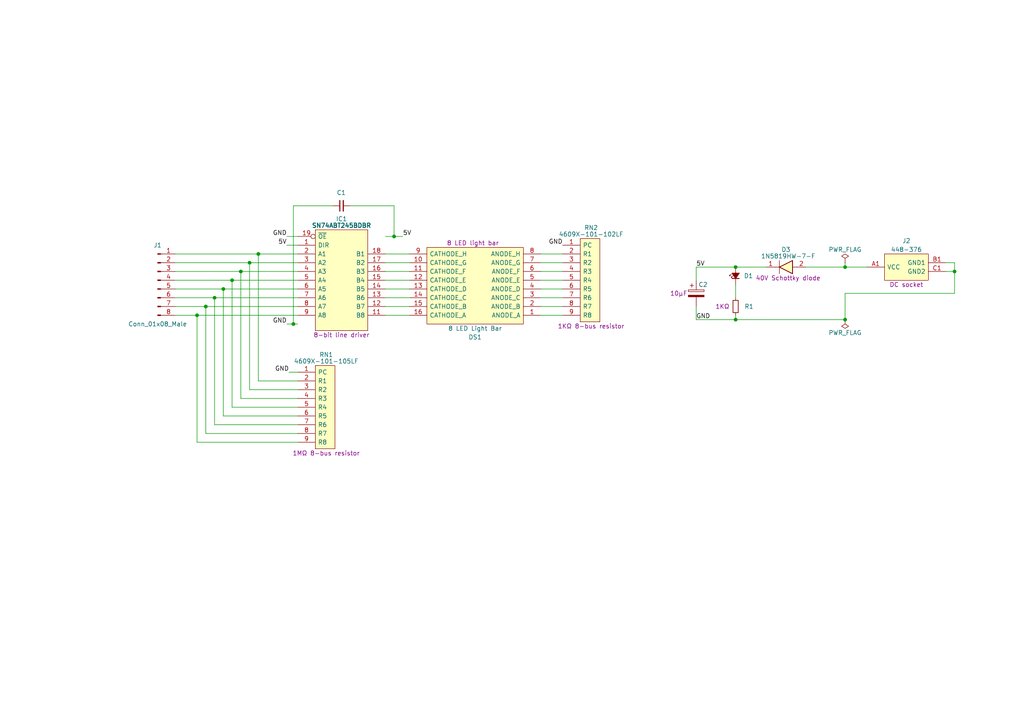
<source format=kicad_sch>
(kicad_sch (version 20211123) (generator eeschema)
  (paper "A4")
  (lib_symbols
    (symbol "Bourns:4609X-101-102LF" (pin_names (offset 0.762))
      (property "Reference" "RN" (at 8.255 5.08 0))
      (property "Value" "4609X-101-102LF" (at 8.255 3.175 0))
      (property "Description" "1KΩ 8-bus resistor" (at 8.255 -23.495 0))
      (symbol "4609X-101-102LF_0_0"
        (pin passive line (at 0 0 0) (length 5.08) (name "PC") (number "1"))
        (pin passive line (at 0 -2.54 0) (length 5.08) (name "R1") (number "2"))
        (pin passive line (at 0 -5.08 0) (length 5.08) (name "R2") (number "3"))
        (pin passive line (at 0 -7.62 0) (length 5.08) (name "R3") (number "4"))
        (pin passive line (at 0 -10.16 0) (length 5.08) (name "R4") (number "5"))
        (pin passive line (at 0 -12.7 0) (length 5.08) (name "R5") (number "6"))
        (pin passive line (at 0 -15.24 0) (length 5.08) (name "R6") (number "7"))
        (pin passive line (at 0 -17.78 0) (length 5.08) (name "R7") (number "8"))
        (pin passive line (at 0 -20.32 0) (length 5.08) (name "R8") (number "9"))
      )
      (symbol "4609X-101-102LF_0_1"
        (polyline (pts (xy 5.08 1.905) (xy 10.795 1.905) (xy 10.795 -22.225) (xy 5.08 -22.225) (xy 5.08 1.905)) (stroke (width 0.1524)) (fill (type background)))
      )
    )
    (symbol "Bourns:4609X-101-105LF" (pin_names (offset 0.762))
      (property "Reference" "RN" (at 8.255 5.08 0))
      (property "Value" "4609X-101-105LF" (at 8.255 3.175 0))
      (property "Description" "1MΩ 8-bus resistor" (at 8.255 -23.495 0))
      (symbol "4609X-101-105LF_0_0"
        (pin passive line (at 0 0 0) (length 5.08) (name "PC") (number "1"))
        (pin passive line (at 0 -2.54 0) (length 5.08) (name "R1") (number "2"))
        (pin passive line (at 0 -5.08 0) (length 5.08) (name "R2") (number "3"))
        (pin passive line (at 0 -7.62 0) (length 5.08) (name "R3") (number "4"))
        (pin passive line (at 0 -10.16 0) (length 5.08) (name "R4") (number "5"))
        (pin passive line (at 0 -12.7 0) (length 5.08) (name "R5") (number "6"))
        (pin passive line (at 0 -15.24 0) (length 5.08) (name "R6") (number "7"))
        (pin passive line (at 0 -17.78 0) (length 5.08) (name "R7") (number "8"))
        (pin passive line (at 0 -20.32 0) (length 5.08) (name "R8") (number "9"))
      )
      (symbol "4609X-101-105LF_0_1"
        (polyline (pts (xy 5.08 1.905) (xy 10.795 1.905) (xy 10.795 -22.225) (xy 5.08 -22.225) (xy 5.08 1.905)) (stroke (width 0.1524)) (fill (type background)))
      )
    )
    (symbol "Connector:Conn_01x08_Male" (pin_names (offset 1.016) hide)
      (property "Reference" "J" (at 0 10.16 0))
      (property "Value" "Conn_01x08_Male" (at 0 -12.7 0))
      (symbol "Conn_01x08_Male_1_1"
        (polyline (pts (xy 1.27 -10.16) (xy 0.8636 -10.16)) (stroke (width 0.1524)))
        (polyline (pts (xy 1.27 -7.62) (xy 0.8636 -7.62)) (stroke (width 0.1524)))
        (polyline (pts (xy 1.27 -5.08) (xy 0.8636 -5.08)) (stroke (width 0.1524)))
        (polyline (pts (xy 1.27 -2.54) (xy 0.8636 -2.54)) (stroke (width 0.1524)))
        (polyline (pts (xy 1.27 0) (xy 0.8636 0)) (stroke (width 0.1524)))
        (polyline (pts (xy 1.27 2.54) (xy 0.8636 2.54)) (stroke (width 0.1524)))
        (polyline (pts (xy 1.27 5.08) (xy 0.8636 5.08)) (stroke (width 0.1524)))
        (polyline (pts (xy 1.27 7.62) (xy 0.8636 7.62)) (stroke (width 0.1524)))
        (rectangle (start 0.8636 -10.033) (end 0 -10.287) (stroke (width 0.1524)) (fill (type outline)))
        (rectangle (start 0.8636 -7.493) (end 0 -7.747) (stroke (width 0.1524)) (fill (type outline)))
        (rectangle (start 0.8636 -4.953) (end 0 -5.207) (stroke (width 0.1524)) (fill (type outline)))
        (rectangle (start 0.8636 -2.413) (end 0 -2.667) (stroke (width 0.1524)) (fill (type outline)))
        (rectangle (start 0.8636 0.127) (end 0 -0.127) (stroke (width 0.1524)) (fill (type outline)))
        (rectangle (start 0.8636 2.667) (end 0 2.413) (stroke (width 0.1524)) (fill (type outline)))
        (rectangle (start 0.8636 5.207) (end 0 4.953) (stroke (width 0.1524)) (fill (type outline)))
        (rectangle (start 0.8636 7.747) (end 0 7.493) (stroke (width 0.1524)) (fill (type outline)))
        (pin passive line (at 5.08 7.62 180) (length 3.81) (name "Pin_1") (number "1"))
        (pin passive line (at 5.08 5.08 180) (length 3.81) (name "Pin_2") (number "2"))
        (pin passive line (at 5.08 2.54 180) (length 3.81) (name "Pin_3") (number "3"))
        (pin passive line (at 5.08 0 180) (length 3.81) (name "Pin_4") (number "4"))
        (pin passive line (at 5.08 -2.54 180) (length 3.81) (name "Pin_5") (number "5"))
        (pin passive line (at 5.08 -5.08 180) (length 3.81) (name "Pin_6") (number "6"))
        (pin passive line (at 5.08 -7.62 180) (length 3.81) (name "Pin_7") (number "7"))
        (pin passive line (at 5.08 -10.16 180) (length 3.81) (name "Pin_8") (number "8"))
      )
    )
    (symbol "Device:C_Polarized" (pin_numbers hide) (pin_names (offset 0.254))
      (property "Reference" "C" (at 0.635 2.54 0))
      (property "Value" "C_Polarized" (at 0.635 -2.54 0))
      (symbol "C_Polarized_0_1"
        (rectangle (start -2.286 0.508) (end 2.286 1.016))
        (polyline (pts (xy -1.778 2.286) (xy -0.762 2.286)))
        (polyline (pts (xy -1.27 2.794) (xy -1.27 1.778)))
        (rectangle (start 2.286 -0.508) (end -2.286 -1.016) (fill (type outline)))
      )
      (symbol "C_Polarized_1_1"
        (pin passive line (at 0 3.81 270) (length 2.794) (name "~") (number "1"))
        (pin passive line (at 0 -3.81 90) (length 2.794) (name "~") (number "2"))
      )
    )
    (symbol "Device:C_Small" (pin_numbers hide) (pin_names (offset 0.254) hide)
      (property "Reference" "C" (at 0.254 1.778 0))
      (property "Value" "C_Small" (at 0.254 -2.032 0))
      (symbol "C_Small_0_1"
        (polyline (pts (xy -1.524 -0.508) (xy 1.524 -0.508)) (stroke (width 0.3302)))
        (polyline (pts (xy -1.524 0.508) (xy 1.524 0.508)) (stroke (width 0.3048)))
      )
      (symbol "C_Small_1_1"
        (pin passive line (at 0 2.54 270) (length 2.032) (name "~") (number "1"))
        (pin passive line (at 0 -2.54 90) (length 2.032) (name "~") (number "2"))
      )
    )
    (symbol "Device:LED_Small_Filled" (pin_numbers hide) (pin_names (offset 0.254) hide)
      (property "Reference" "D" (at -1.27 3.175 0))
      (property "Value" "LED_Small_Filled" (at -4.445 -2.54 0))
      (symbol "LED_Small_Filled_0_1"
        (polyline (pts (xy -0.762 -1.016) (xy -0.762 1.016)) (stroke (width 0.254)))
        (polyline (pts (xy 1.016 0) (xy -0.762 0)))
        (polyline (pts (xy 0.762 -1.016) (xy -0.762 0) (xy 0.762 1.016) (xy 0.762 -1.016)) (stroke (width 0.254)) (fill (type outline)))
        (polyline (pts (xy 0 0.762) (xy -0.508 1.27) (xy -0.254 1.27) (xy -0.508 1.27) (xy -0.508 1.016)))
        (polyline (pts (xy 0.508 1.27) (xy 0 1.778) (xy 0.254 1.778) (xy 0 1.778) (xy 0 1.524)))
      )
      (symbol "LED_Small_Filled_1_1"
        (pin passive line (at -2.54 0 0) (length 1.778) (name "K") (number "1"))
        (pin passive line (at 2.54 0 180) (length 1.778) (name "A") (number "2"))
      )
    )
    (symbol "Device:R_Small" (pin_numbers hide) (pin_names (offset 0.254) hide)
      (property "Reference" "R" (at 0.762 0.508 0))
      (property "Value" "R_Small" (at 0.762 -1.016 0))
      (symbol "R_Small_0_1"
        (rectangle (start -0.762 1.778) (end 0.762 -1.778) (stroke (width 0.2032)))
      )
      (symbol "R_Small_1_1"
        (pin passive line (at 0 2.54 270) (length 0.762) (name "~") (number "1"))
        (pin passive line (at 0 -2.54 90) (length 0.762) (name "~") (number "2"))
      )
    )
    (symbol "Diodes_Inc:1N5819HW-7-F" (pin_names (offset 0.762))
      (property "Reference" "D" (at 5.715 5.08 0))
      (property "Value" "1N5819HW-7-F" (at 6.35 3.175 0))
      (property "Description" "40V Schottky diode" (at 6.35 -3.175 0))
      (symbol "1N5819HW-7-F_0_0"
        (pin passive line (at 0 0 0) (length 2.54) (name "~") (number "1"))
        (pin passive line (at 11.43 0 180) (length 2.54) (name "~") (number "2"))
      )
      (symbol "1N5819HW-7-F_0_1"
        (polyline (pts (xy 2.54 0) (xy 3.81 0)) (stroke (width 0.1524)))
        (polyline (pts (xy 3.81 1.905) (xy 3.81 -1.905)) (stroke (width 0.1524)))
        (polyline (pts (xy 7.62 0) (xy 8.89 0)) (stroke (width 0.1524)))
        (polyline (pts (xy 3.81 0) (xy 7.62 1.905) (xy 7.62 -1.905) (xy 3.81 0)) (stroke (width 0.254)) (fill (type background)))
      )
    )
    (symbol "Osram:8 LED Light Bar" (pin_names (offset 0.762))
      (property "Reference" "DS" (at 19.05 6.35 0))
      (property "Value" "8 LED Light Bar" (at 19.05 3.81 0))
      (property "Description" "8 LED light bar" (at 19.685 -20.955 0))
      (symbol "8 LED Light Bar_0_0"
        (pin passive line (at 0 0 0) (length 5.08) (name "ANODE_A") (number "1"))
        (pin passive line (at 38.1 -15.24 180) (length 5.08) (name "CATHODE_G") (number "10"))
        (pin passive line (at 38.1 -12.7 180) (length 5.08) (name "CATHODE_F") (number "11"))
        (pin passive line (at 38.1 -10.16 180) (length 5.08) (name "CATHODE_E") (number "12"))
        (pin passive line (at 38.1 -7.62 180) (length 5.08) (name "CATHODE_D") (number "13"))
        (pin passive line (at 38.1 -5.08 180) (length 5.08) (name "CATHODE_C") (number "14"))
        (pin passive line (at 38.1 -2.54 180) (length 5.08) (name "CATHODE_B") (number "15"))
        (pin passive line (at 38.1 0 180) (length 5.08) (name "CATHODE_A") (number "16"))
        (pin passive line (at 0 -2.54 0) (length 5.08) (name "ANODE_B") (number "2"))
        (pin passive line (at 0 -5.08 0) (length 5.08) (name "ANODE_C") (number "3"))
        (pin passive line (at 0 -7.62 0) (length 5.08) (name "ANODE_D") (number "4"))
        (pin passive line (at 0 -10.16 0) (length 5.08) (name "ANODE_E") (number "5"))
        (pin passive line (at 0 -12.7 0) (length 5.08) (name "ANODE_F") (number "6"))
        (pin passive line (at 0 -15.24 0) (length 5.08) (name "ANODE_G") (number "7"))
        (pin passive line (at 0 -17.78 0) (length 5.08) (name "ANODE_H") (number "8"))
        (pin passive line (at 38.1 -17.78 180) (length 5.08) (name "CATHODE_H") (number "9"))
      )
      (symbol "8 LED Light Bar_0_1"
        (polyline (pts (xy 5.08 2.54) (xy 33.02 2.54) (xy 33.02 -19.685) (xy 5.08 -19.685) (xy 5.08 2.54)) (stroke (width 0.1524)) (fill (type background)))
      )
    )
    (symbol "RS_Components:448-376" (pin_names (offset 0.762))
      (property "Reference" "J" (at 11.43 6.35 0))
      (property "Value" "448-376" (at 11.43 3.81 0))
      (property "Description" "DC socket" (at 11.43 -6.35 0))
      (symbol "448-376_0_0"
        (pin passive line (at 0 -1.27 0) (length 5.08) (name "VCC") (number "A1"))
        (pin passive line (at 22.86 0 180) (length 5.08) (name "GND1") (number "B1"))
        (pin passive line (at 22.86 -2.54 180) (length 5.08) (name "GND2") (number "C1"))
      )
      (symbol "448-376_0_1"
        (polyline (pts (xy 5.08 2.54) (xy 17.78 2.54) (xy 17.78 -5.08) (xy 5.08 -5.08) (xy 5.08 2.54)) (stroke (width 0.1524)) (fill (type background)))
      )
    )
    (symbol "Texas_Instruments:SN74ABT245BDBR" (pin_names (offset 0.762))
      (property "Reference" "IC" (at 12.7 5.08 0))
      (property "Value" "SN74ABT245BDBR" (at 12.7 3.175 0))
      (property "Description" "8-bit line driver" (at 12.7 -28.575 0))
      (symbol "SN74ABT245BDBR_0_0"
        (pin input line (at 0 -2.54 0) (length 5.08) (name "DIR") (number "1"))
        (pin passive line (at 0 -25.4 0) (length 5.08) hide (name "GND") (number "10"))
        (pin bidirectional line (at 25.4 -22.86 180) (length 5.08) (name "B8") (number "11"))
        (pin bidirectional line (at 25.4 -20.32 180) (length 5.08) (name "B7") (number "12"))
        (pin bidirectional line (at 25.4 -17.78 180) (length 5.08) (name "B6") (number "13"))
        (pin bidirectional line (at 25.4 -15.24 180) (length 5.08) (name "B5") (number "14"))
        (pin bidirectional line (at 25.4 -12.7 180) (length 5.08) (name "B4") (number "15"))
        (pin bidirectional line (at 25.4 -10.16 180) (length 5.08) (name "B3") (number "16"))
        (pin bidirectional line (at 25.4 -7.62 180) (length 5.08) (name "B2") (number "17"))
        (pin bidirectional line (at 25.4 -5.08 180) (length 5.08) (name "B1") (number "18"))
        (pin input inverted (at 0 0 0) (length 5.08) (name "~{OE}") (number "19"))
        (pin bidirectional line (at 0 -5.08 0) (length 5.08) (name "A1") (number "2"))
        (pin passive line (at 25.4 0 180) (length 5.08) hide (name "5V") (number "20"))
        (pin bidirectional line (at 0 -7.62 0) (length 5.08) (name "A2") (number "3"))
        (pin bidirectional line (at 0 -10.16 0) (length 5.08) (name "A3") (number "4"))
        (pin bidirectional line (at 0 -12.7 0) (length 5.08) (name "A4") (number "5"))
        (pin bidirectional line (at 0 -15.24 0) (length 5.08) (name "A5") (number "6"))
        (pin bidirectional line (at 0 -17.78 0) (length 5.08) (name "A6") (number "7"))
        (pin bidirectional line (at 0 -20.32 0) (length 5.08) (name "A7") (number "8"))
        (pin bidirectional line (at 0 -22.86 0) (length 5.08) (name "A8") (number "9"))
      )
      (symbol "SN74ABT245BDBR_0_1"
        (polyline (pts (xy 5.08 1.905) (xy 20.32 1.905) (xy 20.32 -27.305) (xy 5.08 -27.305) (xy 5.08 1.905)) (stroke (width 0.1524)) (fill (type background)))
      )
    )
    (symbol "power:PWR_FLAG" (power) (pin_numbers hide) (pin_names (offset 0) hide)
      (property "Value" "PWR_FLAG" (at 0 3.81 0))
      (symbol "PWR_FLAG_0_0"
        (pin power_out line (at 0 0 90) (length 0) (name "pwr") (number "1"))
      )
      (symbol "PWR_FLAG_0_1"
        (polyline (pts (xy 0 0) (xy 0 1.27) (xy -1.016 1.905) (xy 0 2.54) (xy 1.016 1.905) (xy 0 1.27)))
      )
    )
  )
  (junction (at 59.69 88.9))
  (junction (at 213.36 77.47))
  (junction (at 64.77 83.82))
  (junction (at 69.85 78.74))
  (junction (at 72.39 76.2))
  (junction (at 67.31 81.28))
  (junction (at 74.93 73.66))
  (junction (at 276.86 78.74))
  (junction (at 213.36 92.71))
  (junction (at 114.3 68.58))
  (junction (at 245.11 77.47))
  (junction (at 62.23 86.36))
  (junction (at 245.11 92.71))
  (junction (at 57.15 91.44))
  (junction (at 85.09 93.98))
  (wire (pts (xy 118.745 76.2) (xy 111.76 76.2)))
  (wire (pts (xy 233.68 77.47) (xy 245.11 77.47)))
  (wire (pts (xy 245.11 92.71) (xy 213.36 92.71)))
  (wire (pts (xy 213.36 92.71) (xy 213.36 91.44)))
  (wire (pts (xy 57.15 91.44) (xy 86.36 91.44)))
  (wire (pts (xy 72.39 76.2) (xy 86.36 76.2)))
  (wire (pts (xy 163.195 73.66) (xy 156.845 73.66)))
  (wire (pts (xy 114.3 59.69) (xy 114.3 68.58)))
  (wire (pts (xy 74.93 110.49) (xy 86.36 110.49)))
  (wire (pts (xy 62.23 123.19) (xy 62.23 86.36)))
  (wire (pts (xy 62.23 123.19) (xy 86.36 123.19)))
  (wire (pts (xy 276.86 78.74) (xy 276.86 85.09)))
  (wire (pts (xy 57.15 128.27) (xy 57.15 91.44)))
  (wire (pts (xy 163.195 91.44) (xy 156.845 91.44)))
  (wire (pts (xy 69.85 115.57) (xy 86.36 115.57)))
  (wire (pts (xy 245.11 76.2) (xy 245.11 77.47)))
  (wire (pts (xy 83.185 93.98) (xy 85.09 93.98)))
  (wire (pts (xy 118.745 91.44) (xy 111.76 91.44)))
  (wire (pts (xy 50.8 73.66) (xy 74.93 73.66)))
  (wire (pts (xy 69.85 115.57) (xy 69.85 78.74)))
  (wire (pts (xy 64.77 120.65) (xy 64.77 83.82)))
  (wire (pts (xy 118.745 78.74) (xy 111.76 78.74)))
  (wire (pts (xy 74.93 73.66) (xy 86.36 73.66)))
  (wire (pts (xy 72.39 113.03) (xy 72.39 76.2)))
  (wire (pts (xy 276.86 76.2) (xy 274.32 76.2)))
  (wire (pts (xy 67.31 118.11) (xy 86.36 118.11)))
  (wire (pts (xy 83.185 71.12) (xy 86.36 71.12)))
  (wire (pts (xy 62.23 86.36) (xy 86.36 86.36)))
  (wire (pts (xy 118.745 88.9) (xy 111.76 88.9)))
  (wire (pts (xy 163.195 88.9) (xy 156.845 88.9)))
  (wire (pts (xy 118.745 73.66) (xy 111.76 73.66)))
  (wire (pts (xy 276.86 85.09) (xy 245.11 85.09)))
  (wire (pts (xy 213.36 82.55) (xy 213.36 86.36)))
  (wire (pts (xy 50.8 76.2) (xy 72.39 76.2)))
  (wire (pts (xy 50.8 86.36) (xy 62.23 86.36)))
  (wire (pts (xy 118.745 83.82) (xy 111.76 83.82)))
  (wire (pts (xy 163.195 81.28) (xy 156.845 81.28)))
  (wire (pts (xy 69.85 78.74) (xy 86.36 78.74)))
  (wire (pts (xy 245.11 77.47) (xy 251.46 77.47)))
  (wire (pts (xy 50.8 78.74) (xy 69.85 78.74)))
  (wire (pts (xy 59.69 125.73) (xy 59.69 88.9)))
  (wire (pts (xy 163.195 86.36) (xy 156.845 86.36)))
  (wire (pts (xy 50.8 83.82) (xy 64.77 83.82)))
  (wire (pts (xy 85.09 93.98) (xy 86.36 93.98)))
  (wire (pts (xy 163.195 83.82) (xy 156.845 83.82)))
  (wire (pts (xy 67.31 118.11) (xy 67.31 81.28)))
  (wire (pts (xy 85.09 59.69) (xy 85.09 93.98)))
  (wire (pts (xy 64.77 120.65) (xy 86.36 120.65)))
  (wire (pts (xy 163.195 76.2) (xy 156.845 76.2)))
  (wire (pts (xy 276.86 76.2) (xy 276.86 78.74)))
  (wire (pts (xy 201.93 92.71) (xy 201.93 88.9)))
  (wire (pts (xy 83.82 107.95) (xy 86.36 107.95)))
  (wire (pts (xy 59.69 88.9) (xy 86.36 88.9)))
  (wire (pts (xy 59.69 125.73) (xy 86.36 125.73)))
  (wire (pts (xy 50.8 81.28) (xy 67.31 81.28)))
  (wire (pts (xy 50.8 91.44) (xy 57.15 91.44)))
  (wire (pts (xy 245.11 85.09) (xy 245.11 92.71)))
  (wire (pts (xy 118.745 81.28) (xy 111.76 81.28)))
  (wire (pts (xy 118.745 86.36) (xy 111.76 86.36)))
  (wire (pts (xy 276.86 78.74) (xy 274.32 78.74)))
  (wire (pts (xy 163.195 78.74) (xy 156.845 78.74)))
  (wire (pts (xy 114.3 68.58) (xy 116.84 68.58)))
  (wire (pts (xy 64.77 83.82) (xy 86.36 83.82)))
  (wire (pts (xy 67.31 81.28) (xy 86.36 81.28)))
  (wire (pts (xy 57.15 128.27) (xy 86.36 128.27)))
  (wire (pts (xy 74.93 110.49) (xy 74.93 73.66)))
  (wire (pts (xy 213.36 77.47) (xy 222.25 77.47)))
  (wire (pts (xy 111.76 68.58) (xy 114.3 68.58)))
  (wire (pts (xy 201.93 77.47) (xy 201.93 81.28)))
  (wire (pts (xy 101.6 59.69) (xy 114.3 59.69)))
  (wire (pts (xy 72.39 113.03) (xy 86.36 113.03)))
  (wire (pts (xy 213.36 92.71) (xy 201.93 92.71)))
  (wire (pts (xy 59.69 88.9) (xy 50.8 88.9)))
  (wire (pts (xy 85.09 59.69) (xy 96.52 59.69)))
  (wire (pts (xy 83.185 68.58) (xy 86.36 68.58)))
  (wire (pts (xy 213.36 77.47) (xy 201.93 77.47)))
  (label "GND" (at 163.195 71.12 180))
  (label "GND" (at 83.82 107.95 180))
  (label "5V" (at 83.185 71.12 180))
  (label "5V" (at 201.93 77.47 0))
  (label "GND" (at 201.93 92.71 0))
  (label "GND" (at 83.185 68.58 180))
  (label "5V" (at 116.84 68.58 0))
  (label "GND" (at 83.185 93.98 180))
  (symbol (lib_id "Bourns:4609X-101-102LF") (at 163.195 71.12 0) (unit 1)
    (property "Reference" "RN2" (at 171.45 66.04 0))
    (property "Value" "4609X-101-102LF" (at 171.45 67.945 0))
    (property "Footprint" "SamacSys_Parts:4609X" (effects hide))
    (property "Datasheet" "https://www.mouser.com/datasheet/2/54/4600x-776645.pdf" (effects hide))
    (property "Description" "1KΩ 8-bus resistor" (at 171.45 94.615 0))
    (property "Height" "5.08" (effects hide))
    (property "Manufacturer_Name" "Bourns" (effects hide))
    (property "Manufacturer_Part_Number" "4609X-101-102LF" (effects hide))
    (property "Mouser Part Number" "652-4609X-1LF-1K" (effects hide))
    (property "Mouser Price/Stock" "https://www.mouser.co.uk/ProductDetail/Bourns/4609X-101-102LF?qs=nFt9sTYf7TAKYPPrg1sLvw%3D%3D" (effects hide))
    (property "Arrow Part Number" "4609X-101-102LF" (effects hide))
    (property "Arrow Price/Stock" "https://www.arrow.com/en/products/4609x-101-102lf/bourns?region=europe" (effects hide))
  )
  (symbol (lib_id "power:PWR_FLAG") (at 245.11 92.71 180) (unit 1)
    (property "Reference" "#FLG04" (effects hide))
    (property "Value" "PWR_FLAG" (at 245.11 96.52 0))
  )
  (symbol (lib_id "Texas_Instruments:SN74ABT245BDBR") (at 86.36 68.58 0) (unit 1)
    (property "Reference" "IC1" (at 99.06 63.5 0))
    (property "Value" "SN74ABT245BDBR" (at 99.06 65.405 0) (effects (font bold)))
    (property "Footprint" "SOP65P780X200-20N" (effects hide))
    (property "Datasheet" "http://www.ti.com/lit/gpn/sn74abt245b" (effects hide))
    (property "Description" "8-bit line driver" (at 99.06 97.155 0))
    (property "Height" "2" (effects hide))
    (property "Manufacturer_Name" "Texas Instruments" (effects hide))
    (property "Manufacturer_Part_Number" "SN74ABT245BDBR" (effects hide))
    (property "Mouser Part Number" "595-SN74ABT245BDBR" (effects hide))
    (property "Mouser Price/Stock" "https://www.mouser.co.uk/ProductDetail/Texas-Instruments/SN74ABT245BDBR?qs=5nGYs9Do7G0kvriH65mtcg%3D%3D" (effects hide))
    (property "Arrow Part Number" "SN74ABT245BDBR" (effects hide))
    (property "Arrow Price/Stock" "https://www.arrow.com/en/products/sn74abt245bdbr/texas-instruments" (effects hide))
  )
  (symbol (lib_id "Device:LED_Small_Filled") (at 213.36 80.01 90) (unit 1)
    (property "Reference" "D1" (at 218.44 80.01 90) (effects (justify left)))
    (property "Value" "LED_Small_Filled" (effects hide))
    (property "Footprint" "SamacSys_Parts:LED_D5.0mm" (effects hide))
  )
  (symbol (lib_id "Osram:8 LED Light Bar") (at 156.845 91.44 180) (unit 1)
    (property "Reference" "DS1" (at 137.795 97.79 0))
    (property "Value" "8 LED Light Bar" (at 137.795 95.25 0))
    (property "Footprint" "SamacSys_Parts:DIP8LEDBAR" (effects hide))
    (property "Datasheet" "https://datasheet.datasheetarchive.com/originals/distributors/Datasheets-6/DSA-115789.pdf" (effects hide))
    (property "Description" "8 LED light bar" (at 137.16 70.485 0))
    (property "Height" "6.35" (effects hide))
    (property "Manufacturer_Name" "Avago Technologies" (effects hide))
    (property "Manufacturer_Part_Number" "HDSP-4830" (effects hide))
    (property "Mouser Part Number" "630-HDSP-4830" (effects hide))
    (property "Mouser Price/Stock" "https://www.mouser.co.uk/ProductDetail/Broadcom-Avago/HDSP-4830?qs=pQfy5%252BKCabIzUgkQ3%2FJOEw%3D%3D" (effects hide))
  )
  (symbol (lib_id "Device:R_Small") (at 213.36 88.9 0) (unit 1)
    (property "Reference" "R1" (at 215.9 88.9 0) (effects (justify left)))
    (property "Value" "R_Small" (effects hide))
    (property "Footprint" "Resistor_SMD:R_0805_2012Metric_Pad1.20x1.40mm_HandSolder" (effects hide))
    (property "Resistance" "1KΩ" (at 209.55 88.9 0))
  )
  (symbol (lib_id "Device:C_Polarized") (at 201.93 85.09 0) (unit 1)
    (property "Reference" "C2" (at 202.565 82.55 0) (effects (justify left)))
    (property "Value" "C_Polarized" (effects hide))
    (property "Footprint" "Capacitor_THT:CP_Radial_D4.0mm_P1.50mm" (effects hide))
    (property "Capacitance" "10μF" (at 196.85 85.09 0))
  )
  (symbol (lib_id "Connector:Conn_01x08_Male") (at 45.72 81.28 0) (unit 1)
    (property "Reference" "J1" (at 45.72 71.12 0))
    (property "Value" "Conn_01x08_Male" (at 45.72 93.98 0))
    (property "Footprint" "Connector_PinHeader_2.54mm:PinHeader_1x08_P2.54mm_Vertical" (effects hide))
  )
  (symbol (lib_id "power:PWR_FLAG") (at 245.11 76.2 0) (unit 1)
    (property "Reference" "#FLG03" (effects hide))
    (property "Value" "PWR_FLAG" (at 245.11 72.39 0))
  )
  (symbol (lib_id "Diodes_Inc:1N5819HW-7-F") (at 222.25 77.47 0) (unit 1)
    (property "Reference" "D3" (at 227.965 72.39 0))
    (property "Value" "1N5819HW-7-F" (at 228.6 74.295 0))
    (property "Footprint" "SOD3716X145N" (effects hide))
    (property "Datasheet" "https://datasheet.datasheetarchive.com/originals/distributors/Datasheets-DGA23/1390892.pdf" (effects hide))
    (property "Description" "40V Schottky diode" (at 228.6 80.645 0))
    (property "Height" "1.45" (effects hide))
    (property "Manufacturer_Name" "Diodes Inc." (effects hide))
    (property "Manufacturer_Part_Number" "1N5819HW-7-F" (effects hide))
    (property "Mouser Part Number" "621-1N5819HW-F" (effects hide))
    (property "Mouser Price/Stock" "https://www.mouser.co.uk/ProductDetail/Diodes-Incorporated/1N5819HW-7-F?qs=NQ47qNm99eDyWTEd07miYA%3D%3D" (effects hide))
    (property "Arrow Part Number" "1N5819HW-7-F" (effects hide))
    (property "Arrow Price/Stock" "https://www.arrow.com/en/products/1n5819hw-7-f/diodes-incorporated" (effects hide))
    (property "Silkscreen" "1N5819" (effects hide))
  )
  (symbol (lib_id "Device:C_Small") (at 99.06 59.69 90) (unit 1)
    (property "Reference" "C1" (at 100.33 55.88 90) (effects (justify left)))
    (property "Value" "C_Small" (effects hide))
    (property "Footprint" "Capacitor_SMD:C_0805_2012Metric_Pad1.18x1.45mm_HandSolder" (effects hide))
  )
  (symbol (lib_id "Bourns:4609X-101-105LF") (at 86.36 107.95 0) (unit 1)
    (property "Reference" "RN1" (at 94.615 102.87 0))
    (property "Value" "4609X-101-105LF" (at 94.615 104.775 0))
    (property "Footprint" "SamacSys_Parts:4609X" (effects hide))
    (property "Datasheet" "https://www.bourns.com/pdfs/4600X.pdf" (effects hide))
    (property "Description" "1MΩ 8-bus resistor" (at 94.615 131.445 0))
    (property "Manufacturer_Name" "Bourns" (effects hide))
    (property "Manufacturer_Part_Number" "4609X-101-105LF" (effects hide))
    (property "Mouser Part Number" "652-4609X-1LF-1M" (effects hide))
    (property "Mouser Price/Stock" "https://www.mouser.com/Search/Refine.aspx?Keyword=652-4609X-1LF-1M" (effects hide))
    (property "Arrow Part Number" "4609X-101-105LF" (effects hide))
    (property "Arrow Price/Stock" "https://www.arrow.com/en/products/4609x-101-105lf/bourns?region=europe" (effects hide))
  )
  (symbol (lib_id "RS_Components:448-376") (at 251.46 76.2 0) (unit 1)
    (property "Reference" "J2" (at 262.89 69.85 0))
    (property "Value" "448-376" (at 262.89 72.39 0))
    (property "Footprint" "448376" (effects hide))
    (property "Datasheet" "https://docs.rs-online.com/902a/0900766b81582446.pdf" (effects hide))
    (property "Description" "DC socket" (at 262.89 82.55 0))
    (property "Height" "11" (effects hide))
    (property "Manufacturer_Name" "RS Components" (effects hide))
    (property "Manufacturer_Part_Number" "448-376" (effects hide))
  )
)
</source>
